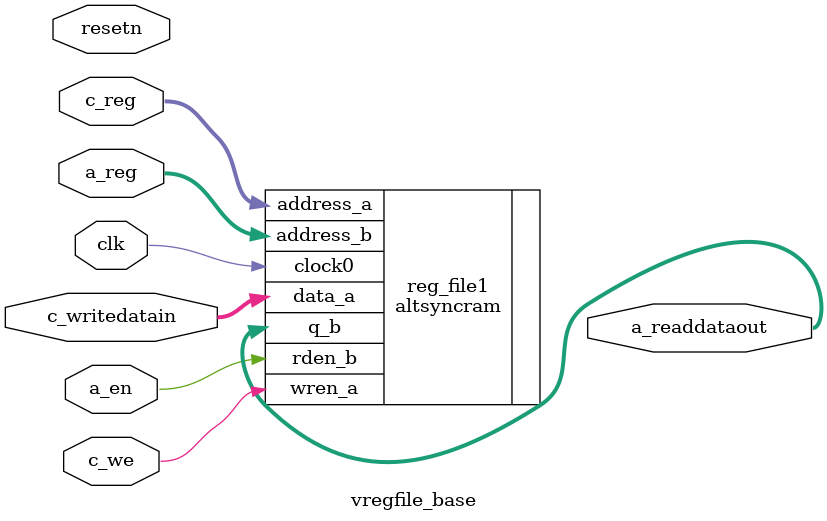
<source format=v>
/****************************************************************************
          Base Register File

   - Has one read port (a) and one write port (c)
****************************************************************************/
module vregfile_base (
    clk,
    resetn, 

    a_reg, 
    a_en, 
    a_readdataout,

    c_reg, 
    c_writedatain, 
    c_we
    );

parameter WIDTH=32;
parameter NUMREGS=16;
parameter LOG2NUMREGS=4;

input clk;
input resetn;

input [LOG2NUMREGS-1:0] a_reg,c_reg;
output [WIDTH-1:0] a_readdataout;
input [WIDTH-1:0] c_writedatain;
input a_en, c_we;

	altsyncram	reg_file1(
				.wren_a (c_we),
				.clock0 (clk),
				.data_a (c_writedatain),
				.address_a (c_reg[LOG2NUMREGS-1:0]),
        .rden_b(a_en),
				.address_b (a_reg[LOG2NUMREGS-1:0]),
				.q_b (a_readdataout)
        // synopsys translate_off
        ,
        .aclr0 (1'b0),
        .aclr1 (1'b0),
        .byteena_a (1'b1),
        .byteena_b (1'b1),
        .data_b (32'b11111111),
        .wren_b (1'b0),
        .clock1 (1'b0),
        .clocken1 (1'b0),
        .q_a (),
        .clocken0 (1'b1),
        .addressstall_a (1'b0),
        .addressstall_b (1'b0)
        // synopsys translate_on
    );
	defparam
		reg_file1.operation_mode = "DUAL_PORT",
		reg_file1.width_a = WIDTH,
		reg_file1.widthad_a = LOG2NUMREGS,
		reg_file1.numwords_a = NUMREGS,
		reg_file1.width_b = WIDTH,
		reg_file1.widthad_b = LOG2NUMREGS,
		reg_file1.numwords_b = NUMREGS,
		reg_file1.lpm_type = "altsyncram",
		reg_file1.width_byteena_a = 1,
		reg_file1.outdata_reg_b = "UNREGISTERED",
		reg_file1.indata_aclr_a = "NONE",
		reg_file1.wrcontrol_aclr_a = "NONE",
		reg_file1.address_aclr_a = "NONE",
		reg_file1.rdcontrol_reg_b = "CLOCK0",
		reg_file1.address_reg_b = "CLOCK0",
		reg_file1.address_aclr_b = "NONE",
		reg_file1.outdata_aclr_b = "NONE",
		reg_file1.read_during_write_mode_mixed_ports = "OLD_DATA",
		reg_file1.ram_block_type = "AUTO",
		reg_file1.intended_device_family = "Stratix";

endmodule


</source>
